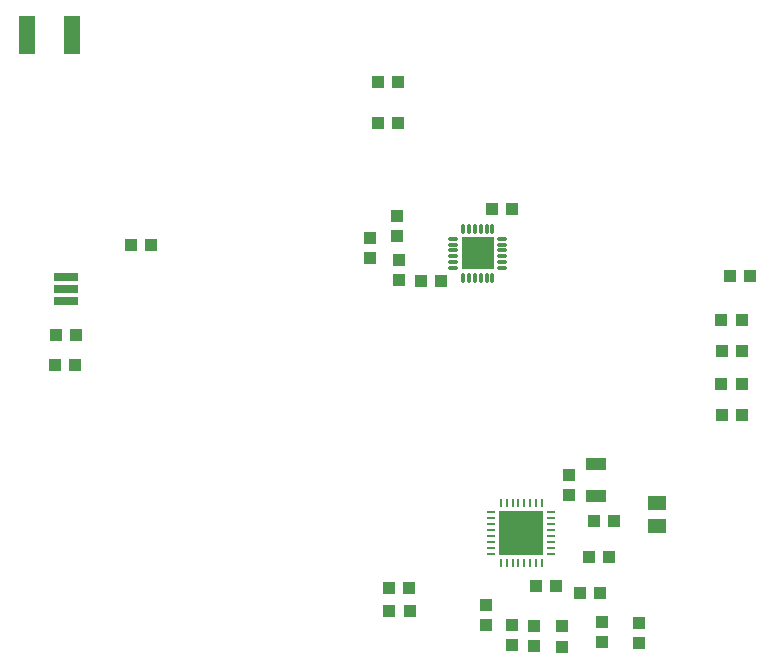
<source format=gbp>
%FSLAX42Y42*%
%MOMM*%
G71*
G01*
G75*
G04 Layer_Color=128*
%ADD10R,1.30X1.50*%
%ADD11R,1.00X1.10*%
%ADD12R,1.10X1.00*%
%ADD13O,2.20X0.60*%
%ADD14R,1.50X1.30*%
%ADD15R,1.40X3.00*%
%ADD16R,3.00X1.40*%
%ADD17O,1.00X3.20*%
%ADD18R,1.00X3.20*%
%ADD19R,2.00X1.10*%
%ADD20R,6.00X2.00*%
%ADD21R,2.00X6.00*%
%ADD22R,0.80X2.00*%
%ADD23R,1.75X3.50*%
%ADD24R,1.75X1.10*%
%ADD25R,1.75X1.10*%
%ADD26R,2.30X2.30*%
%ADD27R,0.90X0.95*%
%ADD28R,0.90X0.95*%
%ADD29R,0.65X1.10*%
%ADD30R,0.55X1.45*%
%ADD31R,0.55X1.45*%
%ADD32R,1.00X1.00*%
%ADD33R,3.30X1.40*%
%ADD34C,1.00*%
%ADD35R,1.20X0.23*%
%ADD36C,0.40*%
%ADD37C,0.45*%
%ADD38C,0.25*%
%ADD39C,0.60*%
%ADD40C,0.25*%
%ADD41C,0.30*%
%ADD42C,1.52*%
%ADD43C,3.22*%
%ADD44C,1.68*%
%ADD45C,1.50*%
%ADD46R,1.50X1.50*%
%ADD47R,1.50X1.50*%
%ADD48C,1.85*%
%ADD49R,1.85X1.85*%
G04:AMPARAMS|DCode=50|XSize=1.25mm|YSize=2mm|CornerRadius=0.31mm|HoleSize=0mm|Usage=FLASHONLY|Rotation=270.000|XOffset=0mm|YOffset=0mm|HoleType=Round|Shape=RoundedRectangle|*
%AMROUNDEDRECTD50*
21,1,1.25,1.38,0,0,270.0*
21,1,0.63,2.00,0,0,270.0*
1,1,0.63,-0.69,-0.31*
1,1,0.63,-0.69,0.31*
1,1,0.63,0.69,0.31*
1,1,0.63,0.69,-0.31*
%
%ADD50ROUNDEDRECTD50*%
G04:AMPARAMS|DCode=51|XSize=1.25mm|YSize=1.8mm|CornerRadius=0.31mm|HoleSize=0mm|Usage=FLASHONLY|Rotation=270.000|XOffset=0mm|YOffset=0mm|HoleType=Round|Shape=RoundedRectangle|*
%AMROUNDEDRECTD51*
21,1,1.25,1.18,0,0,270.0*
21,1,0.63,1.80,0,0,270.0*
1,1,0.63,-0.59,-0.31*
1,1,0.63,-0.59,0.31*
1,1,0.63,0.59,0.31*
1,1,0.63,0.59,-0.31*
%
%ADD51ROUNDEDRECTD51*%
%ADD52C,0.70*%
%ADD53C,0.66*%
%ADD54O,0.85X0.30*%
%ADD55O,0.30X0.85*%
%ADD56R,2.80X2.80*%
%ADD57O,0.25X0.75*%
%ADD58O,0.75X0.25*%
%ADD59R,3.80X3.80*%
%ADD60R,1.70X1.10*%
%ADD61R,1.40X3.30*%
%ADD62R,2.00X0.70*%
%ADD63C,0.50*%
%ADD64C,0.10*%
%ADD65C,0.20*%
%ADD66C,0.10*%
%ADD67C,0.80*%
%ADD68C,0.13*%
%ADD69C,0.20*%
%ADD70R,0.70X0.60*%
%ADD71R,0.60X0.70*%
%ADD72R,1.50X1.70*%
%ADD73R,1.20X1.30*%
%ADD74R,1.30X1.20*%
%ADD75O,2.40X0.80*%
%ADD76R,1.70X1.50*%
%ADD77R,1.60X3.20*%
%ADD78R,3.20X1.60*%
%ADD79O,1.20X3.40*%
%ADD80R,1.20X3.40*%
%ADD81R,2.20X1.30*%
%ADD82R,6.20X2.20*%
%ADD83R,2.20X6.20*%
%ADD84R,1.00X2.20*%
%ADD85R,1.95X3.70*%
%ADD86R,1.95X1.30*%
%ADD87R,1.95X1.30*%
%ADD88R,2.50X2.50*%
%ADD89R,1.10X1.15*%
%ADD90R,1.10X1.15*%
%ADD91R,0.85X1.30*%
%ADD92R,0.75X1.65*%
%ADD93R,0.75X1.65*%
%ADD94R,1.20X1.20*%
%ADD95R,3.50X1.60*%
%ADD96C,1.20*%
%ADD97R,1.40X0.43*%
%ADD98C,1.73*%
%ADD99C,3.42*%
%ADD100C,1.88*%
%ADD101C,1.70*%
%ADD102R,1.70X1.70*%
%ADD103R,1.70X1.70*%
%ADD104C,2.05*%
%ADD105R,2.05X2.05*%
G04:AMPARAMS|DCode=106|XSize=1.45mm|YSize=2.2mm|CornerRadius=0.41mm|HoleSize=0mm|Usage=FLASHONLY|Rotation=270.000|XOffset=0mm|YOffset=0mm|HoleType=Round|Shape=RoundedRectangle|*
%AMROUNDEDRECTD106*
21,1,1.45,1.38,0,0,270.0*
21,1,0.63,2.20,0,0,270.0*
1,1,0.83,-0.69,-0.31*
1,1,0.83,-0.69,0.31*
1,1,0.83,0.69,0.31*
1,1,0.83,0.69,-0.31*
%
%ADD106ROUNDEDRECTD106*%
G04:AMPARAMS|DCode=107|XSize=1.45mm|YSize=2mm|CornerRadius=0.41mm|HoleSize=0mm|Usage=FLASHONLY|Rotation=270.000|XOffset=0mm|YOffset=0mm|HoleType=Round|Shape=RoundedRectangle|*
%AMROUNDEDRECTD107*
21,1,1.45,1.18,0,0,270.0*
21,1,0.63,2.00,0,0,270.0*
1,1,0.83,-0.59,-0.31*
1,1,0.83,-0.59,0.31*
1,1,0.83,0.59,0.31*
1,1,0.83,0.59,-0.31*
%
%ADD107ROUNDEDRECTD107*%
%ADD108O,1.05X0.50*%
%ADD109O,0.50X1.05*%
%ADD110R,3.00X3.00*%
%ADD111O,0.45X0.95*%
%ADD112O,0.95X0.45*%
%ADD113R,4.00X4.00*%
%ADD114R,1.90X1.30*%
%ADD115R,1.60X3.50*%
%ADD116R,2.20X0.90*%
D11*
X-1497Y-1368D02*
D03*
Y-1198D02*
D03*
X-208Y-1347D02*
D03*
Y-1517D02*
D03*
X-515Y-1337D02*
D03*
Y-1507D02*
D03*
X-1278Y-1369D02*
D03*
Y-1539D02*
D03*
X-1093Y-1372D02*
D03*
Y-1542D02*
D03*
X-855Y-1379D02*
D03*
Y-1549D02*
D03*
X-2480Y1739D02*
D03*
Y1909D02*
D03*
X-2235Y1723D02*
D03*
Y1553D02*
D03*
X-2252Y1927D02*
D03*
Y2097D02*
D03*
X-798Y-97D02*
D03*
Y-267D02*
D03*
D12*
X494Y1217D02*
D03*
X664D02*
D03*
X497Y952D02*
D03*
X667D02*
D03*
X494Y677D02*
D03*
X664D02*
D03*
X502Y412D02*
D03*
X672D02*
D03*
X-2051Y1545D02*
D03*
X-1881D02*
D03*
X-414Y-482D02*
D03*
X-584D02*
D03*
X-628Y-788D02*
D03*
X-458D02*
D03*
X-701Y-1098D02*
D03*
X-531D02*
D03*
X564Y1587D02*
D03*
X734D02*
D03*
X-907Y-1032D02*
D03*
X-1077D02*
D03*
X-1282Y2153D02*
D03*
X-1452D02*
D03*
X-2413Y2882D02*
D03*
X-2243D02*
D03*
X-2147Y-1250D02*
D03*
X-2317D02*
D03*
X-2149Y-1052D02*
D03*
X-2319D02*
D03*
X-4334Y1850D02*
D03*
X-4504D02*
D03*
X-5148Y832D02*
D03*
X-4978D02*
D03*
X-5143Y1090D02*
D03*
X-4973D02*
D03*
X-2418Y3227D02*
D03*
X-2248D02*
D03*
D14*
X-48Y-526D02*
D03*
Y-336D02*
D03*
D54*
X-1777Y1655D02*
D03*
Y1705D02*
D03*
Y1755D02*
D03*
Y1805D02*
D03*
Y1855D02*
D03*
Y1905D02*
D03*
X-1362D02*
D03*
Y1855D02*
D03*
Y1805D02*
D03*
Y1755D02*
D03*
Y1705D02*
D03*
Y1655D02*
D03*
D55*
X-1695Y1988D02*
D03*
X-1645D02*
D03*
X-1595D02*
D03*
X-1545D02*
D03*
X-1495D02*
D03*
X-1445D02*
D03*
Y1573D02*
D03*
X-1495D02*
D03*
X-1545D02*
D03*
X-1595D02*
D03*
X-1645D02*
D03*
X-1695D02*
D03*
D56*
X-1570Y1780D02*
D03*
D57*
X-1025Y-840D02*
D03*
X-1075D02*
D03*
X-1125D02*
D03*
X-1175D02*
D03*
X-1225D02*
D03*
X-1275D02*
D03*
X-1325D02*
D03*
X-1375D02*
D03*
Y-335D02*
D03*
X-1325D02*
D03*
X-1275D02*
D03*
X-1225D02*
D03*
X-1175D02*
D03*
X-1125D02*
D03*
X-1075D02*
D03*
X-1025D02*
D03*
D58*
X-1453Y-762D02*
D03*
Y-712D02*
D03*
Y-662D02*
D03*
Y-612D02*
D03*
Y-562D02*
D03*
Y-512D02*
D03*
Y-462D02*
D03*
Y-412D02*
D03*
X-948D02*
D03*
Y-462D02*
D03*
Y-512D02*
D03*
Y-562D02*
D03*
Y-612D02*
D03*
Y-662D02*
D03*
Y-712D02*
D03*
Y-762D02*
D03*
D59*
X-1200Y-588D02*
D03*
D60*
X-565Y-270D02*
D03*
Y0D02*
D03*
D61*
X-5008Y3625D02*
D03*
X-5388D02*
D03*
D62*
X-5058Y1377D02*
D03*
Y1477D02*
D03*
Y1577D02*
D03*
M02*

</source>
